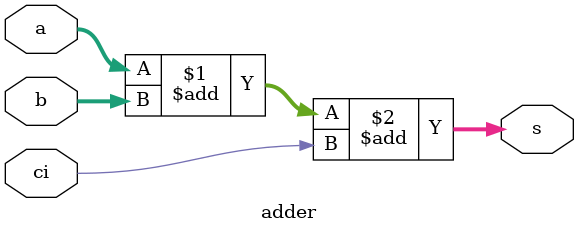
<source format=v>
module datapath (data_in,ldd,or_d,OV_not,ldw,shw,ldq,shq,q0,
                  d_sel,w_sel,out_sel,clk,sign,data_out);

    input [9:0] data_in;
    input ldd,ldw,shw,ldq,shq,q0,d_sel,w_sel,out_sel,clk;
    output sign,or_d,OV_not;
    output [4:0] data_out;
    wire [4:0] d,q;
    wire [5:0] w_out,d_out,sum,w_in,dummy;

    shreg_nb #(5) d_reg(data_in[4:0],1'b0,ldd,1'b0,clk,d);//d Register with load
    mux_2_to_1 #(6) mux1({1'b0,d},~{1'b0,d},d_sel,d_out);
    adder add_6b(d_out,w_out,d_sel,sum);
    mux_2_to_1 #(6) mux2(sum,{1'b0,data_in[9:5]},w_sel,w_in);
    shreg_nb #(6) w_reg(w_in,q[4],ldw,shw,clk,w_out);
    shreg_nb #(5) q_reg(data_in[4:0],q0,ldq,shq,clk,q);
    mux_2_to_1 #(5) mux3(q,w_out[4:0],out_sel,data_out);  
    adder add_6b_OV(~{1'b0,d},w_out,1'b1,dummy);

    assign sign=w_out[5];
    assign or_d=|data_in;
    assign OV_not=dummy[5];

endmodule

module mux_2_to_1 #(parameter n=5)(i0,i1,sel,y);
    input [n-1:0] i0,i1;
    input sel;
    output [n-1:0] y;
    assign y=sel?i1:i0;
endmodule

module shreg_nb #(parameter n=6)(d,ser_in,ld,sh,clk,q);
    input [n-1:0] d;
    input ser_in,ld,sh,clk;
    output [n-1:0] q;
    reg [n-1:0] q;
    always@(posedge clk)
        if(ld)
            q<=d;
        else if(sh)
            q<={q[n-2:0],ser_in};
endmodule

module adder (a,b,ci,s);
    input [5:0] a,b;
    input ci;
    output [5:0] s;
    assign s=a+b+ci;
endmodule


</source>
